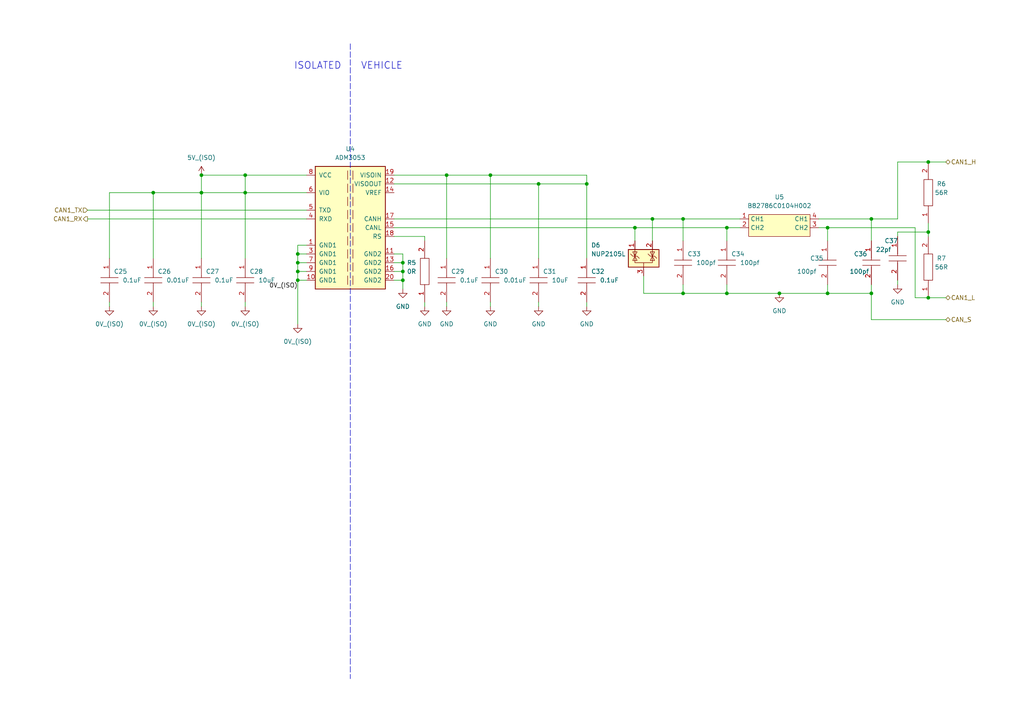
<source format=kicad_sch>
(kicad_sch (version 20211123) (generator eeschema)
  (paper "A4")
  (lib_symbols
    (symbol "0V_(ISO)_1" (power) (pin_names (offset 0))
      (property "Value" "0V_(ISO)_1" (at 0 -5.08 0))
      (symbol "0V_(ISO)_1_0_1"
        (polyline (pts (xy 0 0) (xy 0 -1.27) (xy 1.27 -1.27) (xy 0 -2.54) (xy -1.27 -1.27) (xy 0 -1.27)))
      )
      (symbol "0V_(ISO)_1_1_1"
        (pin power_in line (at 0 0 270) (length 0) hide (name "0V_(ISO)") (number "1"))
      )
    )
    (symbol "BMS_Library:CC0805JRX7R8BB104" (pin_names (offset 0.762))
      (property "Reference" "C" (at 8.89 6.35 0))
      (property "Value" "CC0805JRX7R8BB104" (at 8.89 3.81 0))
      (symbol "CC0805JRX7R8BB104_0_0"
        (pin passive line (at 0 0 0) (length 5.08) (name "~") (number "1"))
        (pin passive line (at 12.7 0 180) (length 5.08) (name "~") (number "2"))
      )
      (symbol "CC0805JRX7R8BB104_0_1"
        (polyline (pts (xy 5.08 0) (xy 5.588 0)) (stroke (width 0.1524)))
        (polyline (pts (xy 5.588 2.54) (xy 5.588 -2.54)) (stroke (width 0.1524)))
        (polyline (pts (xy 7.112 0) (xy 7.62 0)) (stroke (width 0.1524)))
        (polyline (pts (xy 7.112 2.54) (xy 7.112 -2.54)) (stroke (width 0.1524)))
      )
    )
    (symbol "Custom Power:5V_(ISO)" (power) (pin_names (offset 0))
      (property "Value" "5V_(ISO)" (at 0 3.556 0))
      (symbol "5V_(ISO)_0_1"
        (polyline (pts (xy -0.762 1.27) (xy 0 2.54)))
        (polyline (pts (xy 0 0) (xy 0 2.54)))
        (polyline (pts (xy 0 2.54) (xy 0.762 1.27)))
      )
      (symbol "5V_(ISO)_1_1"
        (pin power_in line (at 0 0 90) (length 0) hide (name "5V_(ISO)") (number "1"))
      )
    )
    (symbol "ERJP06F1000V:ERJP06F1000V" (pin_names (offset 0.762))
      (property "Reference" "R" (at 13.97 6.35 0))
      (property "Value" "ERJP06F1000V" (at 13.97 3.81 0))
      (symbol "ERJP06F1000V_0_0"
        (pin passive line (at 0 0 0) (length 5.08) (name "~") (number "1"))
        (pin passive line (at 17.78 0 180) (length 5.08) (name "~") (number "2"))
      )
      (symbol "ERJP06F1000V_0_1"
        (polyline (pts (xy 5.08 1.27) (xy 12.7 1.27) (xy 12.7 -1.27) (xy 5.08 -1.27) (xy 5.08 1.27)) (stroke (width 0.1524)))
      )
    )
    (symbol "Interface_CAN_LIN:ADM3053" (pin_names (offset 1.016))
      (property "Reference" "U" (at -10.16 19.05 0))
      (property "Value" "ADM3053" (at 10.16 19.05 0))
      (symbol "ADM3053_0_1"
        (rectangle (start -10.16 17.78) (end 10.16 -17.78) (stroke (width 0.254)) (fill (type background)))
        (polyline (pts (xy -0.762 -13.97) (xy -0.762 -16.51)))
        (polyline (pts (xy -0.762 -10.16) (xy -0.762 -12.7)))
        (polyline (pts (xy -0.762 -6.35) (xy -0.762 -8.89)))
        (polyline (pts (xy -0.762 -2.54) (xy -0.762 -5.08)))
        (polyline (pts (xy -0.762 1.27) (xy -0.762 -1.27)))
        (polyline (pts (xy -0.762 5.08) (xy -0.762 2.54)))
        (polyline (pts (xy -0.762 8.89) (xy -0.762 6.35)))
        (polyline (pts (xy -0.762 12.7) (xy -0.762 10.16)))
        (polyline (pts (xy -0.762 16.51) (xy -0.762 13.97)))
        (polyline (pts (xy 0.762 -13.97) (xy 0.762 -16.51)))
        (polyline (pts (xy 0.762 -10.16) (xy 0.762 -12.7)))
        (polyline (pts (xy 0.762 -6.35) (xy 0.762 -8.89)))
        (polyline (pts (xy 0.762 -2.54) (xy 0.762 -5.08)))
        (polyline (pts (xy 0.762 1.27) (xy 0.762 -1.27)))
        (polyline (pts (xy 0.762 2.54) (xy 0.762 5.08)))
        (polyline (pts (xy 0.762 6.35) (xy 0.762 8.89)))
        (polyline (pts (xy 0.762 10.16) (xy 0.762 12.7)))
        (polyline (pts (xy 0.762 13.97) (xy 0.762 16.51)))
      )
      (symbol "ADM3053_1_1"
        (pin power_in line (at -12.7 -5.08 0) (length 2.54) (name "GND1") (number "1"))
        (pin power_in line (at -12.7 -15.24 0) (length 2.54) (name "GND1") (number "10"))
        (pin power_in line (at 12.7 -7.62 180) (length 2.54) (name "GND2") (number "11"))
        (pin power_out line (at 12.7 12.7 180) (length 2.54) (name "VISOOUT") (number "12"))
        (pin power_in line (at 12.7 -10.16 180) (length 2.54) (name "GND2") (number "13"))
        (pin input line (at 12.7 10.16 180) (length 2.54) (name "VREF") (number "14"))
        (pin bidirectional line (at 12.7 0 180) (length 2.54) (name "CANL") (number "15"))
        (pin power_in line (at 12.7 -12.7 180) (length 2.54) (name "GND2") (number "16"))
        (pin bidirectional line (at 12.7 2.54 180) (length 2.54) (name "CANH") (number "17"))
        (pin input line (at 12.7 -2.54 180) (length 2.54) (name "RS") (number "18"))
        (pin power_in line (at 12.7 15.24 180) (length 2.54) (name "VISOIN") (number "19"))
        (pin no_connect line (at -2.54 -17.78 90) (length 2.54) hide (name "NC") (number "2"))
        (pin power_in line (at 12.7 -15.24 180) (length 2.54) (name "GND2") (number "20"))
        (pin power_in line (at -12.7 -7.62 0) (length 2.54) (name "GND1") (number "3"))
        (pin output line (at -12.7 2.54 0) (length 2.54) (name "RXD") (number "4"))
        (pin input line (at -12.7 5.08 0) (length 2.54) (name "TXD") (number "5"))
        (pin power_in line (at -12.7 10.16 0) (length 2.54) (name "VIO") (number "6"))
        (pin power_in line (at -12.7 -10.16 0) (length 2.54) (name "GND1") (number "7"))
        (pin power_in line (at -12.7 15.24 0) (length 2.54) (name "VCC") (number "8"))
        (pin power_in line (at -12.7 -12.7 0) (length 2.54) (name "GND1") (number "9"))
      )
    )
    (symbol "Interface_CAN_LIN:B82786C0104H002"
      (property "Reference" "U" (at -8.89 1.27 0))
      (property "Value" "B82786C0104H002" (at 0 3.81 0))
      (symbol "B82786C0104H002_0_1"
        (rectangle (start -8.89 0) (end 8.89 -6.35) (fill (type background)))
      )
      (symbol "B82786C0104H002_1_1"
        (pin bidirectional line (at -11.43 -1.27 0) (length 2.54) (name "CH1") (number "1"))
        (pin bidirectional line (at -11.43 -3.81 0) (length 2.54) (name "CH2") (number "2"))
        (pin bidirectional line (at 11.43 -3.81 180) (length 2.54) (name "CH2") (number "3"))
        (pin bidirectional line (at 11.43 -1.27 180) (length 2.54) (name "CH1") (number "4"))
      )
    )
    (symbol "Power_Protection:NUP2105L" (pin_names hide)
      (property "Reference" "D" (at 5.715 2.54 0))
      (property "Value" "NUP2105L" (at 5.715 0.635 0))
      (symbol "NUP2105L_0_0"
        (pin passive line (at 0 -5.08 90) (length 2.54) (name "A") (number "3"))
      )
      (symbol "NUP2105L_0_1"
        (rectangle (start -4.445 2.54) (end 4.445 -2.54) (stroke (width 0.254)) (fill (type background)))
        (polyline (pts (xy -2.54 2.54) (xy -2.54 0.635)))
        (polyline (pts (xy 0 -1.27) (xy 0 -2.54)))
        (polyline (pts (xy 2.54 2.54) (xy 2.54 0.635)))
        (polyline (pts (xy -3.81 1.27) (xy -3.175 0.635) (xy -1.905 0.635) (xy -1.27 0)))
        (polyline (pts (xy -2.54 0.635) (xy -2.54 -1.27) (xy 2.54 -1.27) (xy 2.54 0.635)))
        (polyline (pts (xy -2.54 0.635) (xy -1.905 -0.635) (xy -3.175 -0.635) (xy -2.54 0.635)))
        (polyline (pts (xy 2.54 0.635) (xy 1.905 -0.635) (xy 3.175 -0.635) (xy 2.54 0.635)))
        (polyline (pts (xy 2.54 0.635) (xy 3.175 1.905) (xy 1.905 1.905) (xy 2.54 0.635)))
        (polyline (pts (xy -2.54 0.635) (xy -3.175 1.905) (xy -1.905 1.905) (xy -2.54 0.635) (xy -2.54 1.27)))
        (polyline (pts (xy 1.27 1.27) (xy 1.905 0.635) (xy 2.54 0.635) (xy 3.175 0.635) (xy 3.81 0)))
      )
      (symbol "NUP2105L_1_1"
        (pin passive line (at -2.54 5.08 270) (length 2.54) (name "K") (number "1"))
        (pin passive line (at 2.54 5.08 270) (length 2.54) (name "K") (number "2"))
      )
    )
    (symbol "power:GND" (power) (pin_names (offset 0))
      (property "Value" "GND" (at 0 -3.81 0))
      (symbol "GND_0_1"
        (polyline (pts (xy 0 0) (xy 0 -1.27) (xy 1.27 -1.27) (xy 0 -2.54) (xy -1.27 -1.27) (xy 0 -1.27)))
      )
      (symbol "GND_1_1"
        (pin power_in line (at 0 0 270) (length 0) hide (name "GND") (number "1"))
      )
    )
  )
  (junction (at 226.06 85.09))
  (junction (at 58.42 55.88))
  (junction (at 86.36 81.28))
  (junction (at 240.03 85.09))
  (junction (at 71.12 50.8))
  (junction (at 86.36 76.2))
  (junction (at 129.54 50.8))
  (junction (at 252.73 85.09))
  (junction (at 252.73 63.5))
  (junction (at 210.82 66.04))
  (junction (at 210.82 85.09))
  (junction (at 58.42 50.8))
  (junction (at 269.24 86.36))
  (junction (at 184.15 66.04))
  (junction (at 156.21 53.34))
  (junction (at 44.45 55.88))
  (junction (at 198.12 63.5))
  (junction (at 86.36 78.74))
  (junction (at 170.18 53.34))
  (junction (at 269.24 46.99))
  (junction (at 116.84 76.2))
  (junction (at 116.84 81.28))
  (junction (at 198.12 85.09))
  (junction (at 189.23 63.5))
  (junction (at 71.12 55.88))
  (junction (at 116.84 78.74))
  (junction (at 240.03 66.04))
  (junction (at 86.36 73.66))
  (junction (at 269.24 67.31))
  (junction (at 142.24 50.8))
  (wire (pts (xy 265.43 66.04) (xy 265.43 86.36)))
  (wire (pts (xy 71.12 55.88) (xy 71.12 74.93)))
  (wire (pts (xy 252.73 85.09) (xy 240.03 85.09)))
  (wire (pts (xy 186.69 80.01) (xy 186.69 85.09)))
  (wire (pts (xy 198.12 82.55) (xy 198.12 85.09)))
  (wire (pts (xy 86.36 81.28) (xy 86.36 93.98)))
  (wire (pts (xy 170.18 74.93) (xy 170.18 53.34)))
  (wire (pts (xy 170.18 50.8) (xy 142.24 50.8)))
  (wire (pts (xy 269.24 64.77) (xy 269.24 67.31)))
  (wire (pts (xy 260.35 63.5) (xy 260.35 46.99)))
  (wire (pts (xy 198.12 85.09) (xy 210.82 85.09)))
  (wire (pts (xy 58.42 55.88) (xy 58.42 74.93)))
  (wire (pts (xy 269.24 86.36) (xy 274.32 86.36)))
  (wire (pts (xy 114.3 68.58) (xy 123.19 68.58)))
  (wire (pts (xy 116.84 78.74) (xy 116.84 81.28)))
  (wire (pts (xy 116.84 73.66) (xy 116.84 76.2)))
  (wire (pts (xy 123.19 69.85) (xy 123.19 68.58)))
  (wire (pts (xy 142.24 50.8) (xy 142.24 74.93)))
  (wire (pts (xy 71.12 50.8) (xy 88.9 50.8)))
  (wire (pts (xy 114.3 53.34) (xy 156.21 53.34)))
  (wire (pts (xy 260.35 67.31) (xy 269.24 67.31)))
  (wire (pts (xy 31.75 87.63) (xy 31.75 88.9)))
  (wire (pts (xy 142.24 50.8) (xy 129.54 50.8)))
  (wire (pts (xy 86.36 76.2) (xy 88.9 76.2)))
  (wire (pts (xy 44.45 55.88) (xy 31.75 55.88)))
  (wire (pts (xy 156.21 53.34) (xy 156.21 74.93)))
  (wire (pts (xy 184.15 66.04) (xy 184.15 69.85)))
  (wire (pts (xy 237.49 63.5) (xy 252.73 63.5)))
  (wire (pts (xy 170.18 87.63) (xy 170.18 88.9)))
  (wire (pts (xy 86.36 71.12) (xy 86.36 73.66)))
  (wire (pts (xy 58.42 50.8) (xy 71.12 50.8)))
  (wire (pts (xy 44.45 87.63) (xy 44.45 88.9)))
  (wire (pts (xy 116.84 76.2) (xy 116.84 78.74)))
  (wire (pts (xy 114.3 66.04) (xy 184.15 66.04)))
  (wire (pts (xy 210.82 85.09) (xy 226.06 85.09)))
  (wire (pts (xy 71.12 50.8) (xy 71.12 55.88)))
  (wire (pts (xy 198.12 63.5) (xy 214.63 63.5)))
  (wire (pts (xy 31.75 55.88) (xy 31.75 74.93)))
  (wire (pts (xy 237.49 66.04) (xy 240.03 66.04)))
  (wire (pts (xy 44.45 55.88) (xy 58.42 55.88)))
  (wire (pts (xy 252.73 63.5) (xy 260.35 63.5)))
  (wire (pts (xy 58.42 87.63) (xy 58.42 88.9)))
  (wire (pts (xy 260.35 81.28) (xy 260.35 82.55)))
  (wire (pts (xy 240.03 66.04) (xy 265.43 66.04)))
  (wire (pts (xy 116.84 81.28) (xy 116.84 83.82)))
  (wire (pts (xy 114.3 73.66) (xy 116.84 73.66)))
  (wire (pts (xy 269.24 67.31) (xy 269.24 68.58)))
  (wire (pts (xy 142.24 87.63) (xy 142.24 88.9)))
  (wire (pts (xy 186.69 85.09) (xy 198.12 85.09)))
  (wire (pts (xy 226.06 85.09) (xy 240.03 85.09)))
  (wire (pts (xy 129.54 87.63) (xy 129.54 88.9)))
  (wire (pts (xy 240.03 85.09) (xy 240.03 82.55)))
  (wire (pts (xy 86.36 78.74) (xy 86.36 81.28)))
  (wire (pts (xy 123.19 87.63) (xy 123.19 88.9)))
  (wire (pts (xy 86.36 81.28) (xy 88.9 81.28)))
  (wire (pts (xy 25.4 63.5) (xy 88.9 63.5)))
  (wire (pts (xy 184.15 66.04) (xy 210.82 66.04)))
  (wire (pts (xy 189.23 63.5) (xy 198.12 63.5)))
  (wire (pts (xy 252.73 63.5) (xy 252.73 69.85)))
  (wire (pts (xy 170.18 53.34) (xy 156.21 53.34)))
  (wire (pts (xy 210.82 82.55) (xy 210.82 85.09)))
  (wire (pts (xy 71.12 87.63) (xy 71.12 88.9)))
  (wire (pts (xy 86.36 76.2) (xy 86.36 78.74)))
  (wire (pts (xy 114.3 50.8) (xy 129.54 50.8)))
  (wire (pts (xy 25.4 60.96) (xy 88.9 60.96)))
  (wire (pts (xy 265.43 86.36) (xy 269.24 86.36)))
  (wire (pts (xy 260.35 46.99) (xy 269.24 46.99)))
  (wire (pts (xy 86.36 78.74) (xy 88.9 78.74)))
  (wire (pts (xy 58.42 55.88) (xy 71.12 55.88)))
  (wire (pts (xy 252.73 92.71) (xy 274.32 92.71)))
  (wire (pts (xy 210.82 66.04) (xy 210.82 69.85)))
  (wire (pts (xy 114.3 81.28) (xy 116.84 81.28)))
  (wire (pts (xy 252.73 92.71) (xy 252.73 85.09)))
  (wire (pts (xy 58.42 50.8) (xy 58.42 55.88)))
  (wire (pts (xy 240.03 66.04) (xy 240.03 69.85)))
  (wire (pts (xy 114.3 78.74) (xy 116.84 78.74)))
  (wire (pts (xy 71.12 55.88) (xy 88.9 55.88)))
  (wire (pts (xy 88.9 71.12) (xy 86.36 71.12)))
  (wire (pts (xy 260.35 68.58) (xy 260.35 67.31)))
  (wire (pts (xy 198.12 63.5) (xy 198.12 69.85)))
  (wire (pts (xy 156.21 87.63) (xy 156.21 88.9)))
  (wire (pts (xy 252.73 82.55) (xy 252.73 85.09)))
  (wire (pts (xy 269.24 46.99) (xy 274.32 46.99)))
  (wire (pts (xy 189.23 63.5) (xy 189.23 69.85)))
  (wire (pts (xy 129.54 50.8) (xy 129.54 74.93)))
  (wire (pts (xy 114.3 63.5) (xy 189.23 63.5)))
  (wire (pts (xy 210.82 66.04) (xy 214.63 66.04)))
  (wire (pts (xy 170.18 53.34) (xy 170.18 50.8)))
  (polyline (pts (xy 101.6 12.7) (xy 101.6 196.85)))
  (wire (pts (xy 44.45 55.88) (xy 44.45 74.93)))
  (wire (pts (xy 114.3 76.2) (xy 116.84 76.2)))
  (wire (pts (xy 86.36 73.66) (xy 88.9 73.66)))
  (wire (pts (xy 86.36 73.66) (xy 86.36 76.2)))
  (text "VEHICLE" (at 116.84 20.32 180) (effects (font (size 2 2)) (justify right bottom)))
  (text "ISOLATED" (at 99.06 20.32 180) (effects (font (size 2 2)) (justify right bottom)))
  (label "0V_(ISO)" (at 86.36 83.82 180))
  (hierarchical_label "CAN1_L" (shape bidirectional) (at 274.32 86.36 0))
  (hierarchical_label "CAN1_RX" (shape output) (at 25.4 63.5 180))
  (hierarchical_label "CAN1_TX" (shape input) (at 25.4 60.96 180))
  (hierarchical_label "CAN_S" (shape bidirectional) (at 274.32 92.71 0))
  (hierarchical_label "CAN1_H" (shape bidirectional) (at 274.32 46.99 0))
  (symbol (lib_name "0V_(ISO)_1") (lib_id "Custom Power:0V_(ISO)") (at 86.36 93.98 0) (unit 1)
    (property "Reference" "#PWR0137" (effects hide))
    (property "Value" "0V_(ISO)" (at 86.36 99.06 0))
  )
  (symbol (lib_id "BMS_Library:CC0805JRX7R8BB104") (at 156.21 74.93 270) (unit 1)
    (property "Reference" "C31" (at 157.48 78.74 90) (effects (justify left)))
    (property "Value" "10uF" (at 160.02 81.28 90) (effects (justify left)))
    (property "Footprint" "Capacitor_SMD:C_0603_1608Metric_Pad1.08x0.95mm_HandSolder" (effects hide))
    (property "Datasheet" "https://www.yageo.com/upload/media/product/productsearch/datasheet/mlcc/UPY-GPHC_X7R_6.3V-to-50V_20.pdf" (effects hide))
    (property "Description" "YAGEO - CC0805JRX7R8BB104 - SMD Multilayer Ceramic Capacitor, 0.1 F, 25 V, 0805 [2012 Metric], +/- 5%, X7R, CC Series" (effects hide))
    (property "Height" "0.95" (effects hide))
    (property "Manufacturer_Name" "YAGEO" (effects hide))
    (property "Manufacturer_Part_Number" "CC0805JRX7R8BB104" (effects hide))
    (property "Mouser Part Number" "603-CC805JRX7R8BB104" (effects hide))
    (property "Mouser Price/Stock" "https://www.mouser.co.uk/ProductDetail/YAGEO/CC0805JRX7R8BB104?qs=AgBp2OyFlx%252BZU4KTc42Krw%3D%3D" (effects hide))
    (property "Arrow Part Number" "CC0805JRX7R8BB104" (effects hide))
    (property "Arrow Price/Stock" "https://www.arrow.com/en/products/cc0805jrx7r8bb104/yageo?region=nac" (effects hide))
  )
  (symbol (lib_id "BMS_Library:CC0805JRX7R8BB104") (at 142.24 74.93 270) (unit 1)
    (property "Reference" "C30" (at 143.51 78.74 90) (effects (justify left)))
    (property "Value" "0.01uF" (at 146.05 81.28 90) (effects (justify left)))
    (property "Footprint" "Capacitor_SMD:C_0603_1608Metric_Pad1.08x0.95mm_HandSolder" (effects hide))
    (property "Datasheet" "https://www.yageo.com/upload/media/product/productsearch/datasheet/mlcc/UPY-GPHC_X7R_6.3V-to-50V_20.pdf" (effects hide))
    (property "Description" "YAGEO - CC0805JRX7R8BB104 - SMD Multilayer Ceramic Capacitor, 0.1 F, 25 V, 0805 [2012 Metric], +/- 5%, X7R, CC Series" (effects hide))
    (property "Height" "0.95" (effects hide))
    (property "Manufacturer_Name" "YAGEO" (effects hide))
    (property "Manufacturer_Part_Number" "CC0805JRX7R8BB104" (effects hide))
    (property "Mouser Part Number" "603-CC805JRX7R8BB104" (effects hide))
    (property "Mouser Price/Stock" "https://www.mouser.co.uk/ProductDetail/YAGEO/CC0805JRX7R8BB104?qs=AgBp2OyFlx%252BZU4KTc42Krw%3D%3D" (effects hide))
    (property "Arrow Part Number" "CC0805JRX7R8BB104" (effects hide))
    (property "Arrow Price/Stock" "https://www.arrow.com/en/products/cc0805jrx7r8bb104/yageo?region=nac" (effects hide))
  )
  (symbol (lib_id "BMS_Library:CC0805JRX7R8BB104") (at 31.75 74.93 270) (unit 1)
    (property "Reference" "C25" (at 33.02 78.74 90) (effects (justify left)))
    (property "Value" "0.1uF" (at 35.56 81.28 90) (effects (justify left)))
    (property "Footprint" "Capacitor_SMD:C_0603_1608Metric_Pad1.08x0.95mm_HandSolder" (effects hide))
    (property "Datasheet" "https://www.yageo.com/upload/media/product/productsearch/datasheet/mlcc/UPY-GPHC_X7R_6.3V-to-50V_20.pdf" (effects hide))
    (property "Description" "YAGEO - CC0805JRX7R8BB104 - SMD Multilayer Ceramic Capacitor, 0.1 F, 25 V, 0805 [2012 Metric], +/- 5%, X7R, CC Series" (effects hide))
    (property "Height" "0.95" (effects hide))
    (property "Manufacturer_Name" "YAGEO" (effects hide))
    (property "Manufacturer_Part_Number" "CC0805JRX7R8BB104" (effects hide))
    (property "Mouser Part Number" "603-CC805JRX7R8BB104" (effects hide))
    (property "Mouser Price/Stock" "https://www.mouser.co.uk/ProductDetail/YAGEO/CC0805JRX7R8BB104?qs=AgBp2OyFlx%252BZU4KTc42Krw%3D%3D" (effects hide))
    (property "Arrow Part Number" "CC0805JRX7R8BB104" (effects hide))
    (property "Arrow Price/Stock" "https://www.arrow.com/en/products/cc0805jrx7r8bb104/yageo?region=nac" (effects hide))
  )
  (symbol (lib_id "ERJP06F1000V:ERJP06F1000V") (at 123.19 87.63 90) (unit 1)
    (property "Reference" "R5" (at 119.38 76.2 90))
    (property "Value" "0R" (at 119.38 78.74 90))
    (property "Footprint" "Resistor_SMD:R_0603_1608Metric_Pad0.98x0.95mm_HandSolder" (effects hide))
    (property "Datasheet" "https://industrial.panasonic.com/cdbs/www-data/pdf/RDO0000/AOA0000C331.pdf" (effects hide))
    (property "Description" "Panasonic ERJP06 Series Thick Film Surface Mount Resistor 0805 Case 100 +/-1% 0.5W +/-100ppm/C" (effects hide))
    (property "Height" "0.7" (effects hide))
    (property "Manufacturer_Name" "Panasonic" (effects hide))
    (property "Manufacturer_Part_Number" "ERJP06F1000V" (effects hide))
  )
  (symbol (lib_id "BMS_Library:CC0805JRX7R8BB104") (at 240.03 69.85 270) (unit 1)
    (property "Reference" "C35" (at 234.95 74.93 90) (effects (justify left)))
    (property "Value" "100pf" (at 231.14 78.74 90) (effects (justify left)))
    (property "Footprint" "Capacitor_SMD:C_0603_1608Metric_Pad1.08x0.95mm_HandSolder" (effects hide))
    (property "Datasheet" "https://www.yageo.com/upload/media/product/productsearch/datasheet/mlcc/UPY-GPHC_X7R_6.3V-to-50V_20.pdf" (effects hide))
    (property "Description" "YAGEO - CC0805JRX7R8BB104 - SMD Multilayer Ceramic Capacitor, 0.1 F, 25 V, 0805 [2012 Metric], +/- 5%, X7R, CC Series" (effects hide))
    (property "Height" "0.95" (effects hide))
    (property "Manufacturer_Name" "YAGEO" (effects hide))
    (property "Manufacturer_Part_Number" "CC0805JRX7R8BB104" (effects hide))
    (property "Mouser Part Number" "603-CC805JRX7R8BB104" (effects hide))
    (property "Mouser Price/Stock" "https://www.mouser.co.uk/ProductDetail/YAGEO/CC0805JRX7R8BB104?qs=AgBp2OyFlx%252BZU4KTc42Krw%3D%3D" (effects hide))
    (property "Arrow Part Number" "CC0805JRX7R8BB104" (effects hide))
    (property "Arrow Price/Stock" "https://www.arrow.com/en/products/cc0805jrx7r8bb104/yageo?region=nac" (effects hide))
  )
  (symbol (lib_id "power:GND") (at 123.19 88.9 0) (unit 1)
    (property "Reference" "#PWR0141" (effects hide))
    (property "Value" "GND" (at 123.19 93.98 0))
  )
  (symbol (lib_name "0V_(ISO)_1") (lib_id "Custom Power:0V_(ISO)") (at 71.12 88.9 0) (unit 1)
    (property "Reference" "#PWR0134" (effects hide))
    (property "Value" "0V_(ISO)" (at 71.12 93.98 0))
  )
  (symbol (lib_name "0V_(ISO)_1") (lib_id "Custom Power:0V_(ISO)") (at 31.75 88.9 0) (unit 1)
    (property "Reference" "#PWR0136" (effects hide))
    (property "Value" "0V_(ISO)" (at 31.75 93.98 0))
  )
  (symbol (lib_id "ERJP06F1000V:ERJP06F1000V") (at 269.24 64.77 90) (unit 1)
    (property "Reference" "R6" (at 273.05 53.34 90))
    (property "Value" "56R" (at 273.05 55.88 90))
    (property "Footprint" "Resistor_SMD:R_0603_1608Metric_Pad0.98x0.95mm_HandSolder" (effects hide))
    (property "Datasheet" "https://industrial.panasonic.com/cdbs/www-data/pdf/RDO0000/AOA0000C331.pdf" (effects hide))
    (property "Description" "Panasonic ERJP06 Series Thick Film Surface Mount Resistor 0805 Case 100 +/-1% 0.5W +/-100ppm/C" (effects hide))
    (property "Height" "0.7" (effects hide))
    (property "Manufacturer_Name" "Panasonic" (effects hide))
    (property "Manufacturer_Part_Number" "ERJP06F1000V" (effects hide))
  )
  (symbol (lib_id "BMS_Library:CC0805JRX7R8BB104") (at 198.12 69.85 270) (unit 1)
    (property "Reference" "C33" (at 199.39 73.66 90) (effects (justify left)))
    (property "Value" "100pf" (at 201.93 76.2 90) (effects (justify left)))
    (property "Footprint" "Capacitor_SMD:C_0603_1608Metric_Pad1.08x0.95mm_HandSolder" (effects hide))
    (property "Datasheet" "https://www.yageo.com/upload/media/product/productsearch/datasheet/mlcc/UPY-GPHC_X7R_6.3V-to-50V_20.pdf" (effects hide))
    (property "Description" "YAGEO - CC0805JRX7R8BB104 - SMD Multilayer Ceramic Capacitor, 0.1 F, 25 V, 0805 [2012 Metric], +/- 5%, X7R, CC Series" (effects hide))
    (property "Height" "0.95" (effects hide))
    (property "Manufacturer_Name" "YAGEO" (effects hide))
    (property "Manufacturer_Part_Number" "CC0805JRX7R8BB104" (effects hide))
    (property "Mouser Part Number" "603-CC805JRX7R8BB104" (effects hide))
    (property "Mouser Price/Stock" "https://www.mouser.co.uk/ProductDetail/YAGEO/CC0805JRX7R8BB104?qs=AgBp2OyFlx%252BZU4KTc42Krw%3D%3D" (effects hide))
    (property "Arrow Part Number" "CC0805JRX7R8BB104" (effects hide))
    (property "Arrow Price/Stock" "https://www.arrow.com/en/products/cc0805jrx7r8bb104/yageo?region=nac" (effects hide))
  )
  (symbol (lib_id "BMS_Library:CC0805JRX7R8BB104") (at 71.12 74.93 270) (unit 1)
    (property "Reference" "C28" (at 72.39 78.74 90) (effects (justify left)))
    (property "Value" "10uF" (at 74.93 81.28 90) (effects (justify left)))
    (property "Footprint" "Capacitor_SMD:C_0603_1608Metric_Pad1.08x0.95mm_HandSolder" (effects hide))
    (property "Datasheet" "https://www.yageo.com/upload/media/product/productsearch/datasheet/mlcc/UPY-GPHC_X7R_6.3V-to-50V_20.pdf" (effects hide))
    (property "Description" "YAGEO - CC0805JRX7R8BB104 - SMD Multilayer Ceramic Capacitor, 0.1 F, 25 V, 0805 [2012 Metric], +/- 5%, X7R, CC Series" (effects hide))
    (property "Height" "0.95" (effects hide))
    (property "Manufacturer_Name" "YAGEO" (effects hide))
    (property "Manufacturer_Part_Number" "CC0805JRX7R8BB104" (effects hide))
    (property "Mouser Part Number" "603-CC805JRX7R8BB104" (effects hide))
    (property "Mouser Price/Stock" "https://www.mouser.co.uk/ProductDetail/YAGEO/CC0805JRX7R8BB104?qs=AgBp2OyFlx%252BZU4KTc42Krw%3D%3D" (effects hide))
    (property "Arrow Part Number" "CC0805JRX7R8BB104" (effects hide))
    (property "Arrow Price/Stock" "https://www.arrow.com/en/products/cc0805jrx7r8bb104/yageo?region=nac" (effects hide))
  )
  (symbol (lib_id "ERJP06F1000V:ERJP06F1000V") (at 269.24 86.36 90) (unit 1)
    (property "Reference" "R7" (at 273.05 74.93 90))
    (property "Value" "56R" (at 273.05 77.47 90))
    (property "Footprint" "Resistor_SMD:R_0603_1608Metric_Pad0.98x0.95mm_HandSolder" (effects hide))
    (property "Datasheet" "https://industrial.panasonic.com/cdbs/www-data/pdf/RDO0000/AOA0000C331.pdf" (effects hide))
    (property "Description" "Panasonic ERJP06 Series Thick Film Surface Mount Resistor 0805 Case 100 +/-1% 0.5W +/-100ppm/C" (effects hide))
    (property "Height" "0.7" (effects hide))
    (property "Manufacturer_Name" "Panasonic" (effects hide))
    (property "Manufacturer_Part_Number" "ERJP06F1000V" (effects hide))
  )
  (symbol (lib_id "BMS_Library:CC0805JRX7R8BB104") (at 210.82 69.85 270) (unit 1)
    (property "Reference" "C34" (at 212.09 73.66 90) (effects (justify left)))
    (property "Value" "100pf" (at 214.63 76.2 90) (effects (justify left)))
    (property "Footprint" "Capacitor_SMD:C_0603_1608Metric_Pad1.08x0.95mm_HandSolder" (effects hide))
    (property "Datasheet" "https://www.yageo.com/upload/media/product/productsearch/datasheet/mlcc/UPY-GPHC_X7R_6.3V-to-50V_20.pdf" (effects hide))
    (property "Description" "YAGEO - CC0805JRX7R8BB104 - SMD Multilayer Ceramic Capacitor, 0.1 F, 25 V, 0805 [2012 Metric], +/- 5%, X7R, CC Series" (effects hide))
    (property "Height" "0.95" (effects hide))
    (property "Manufacturer_Name" "YAGEO" (effects hide))
    (property "Manufacturer_Part_Number" "CC0805JRX7R8BB104" (effects hide))
    (property "Mouser Part Number" "603-CC805JRX7R8BB104" (effects hide))
    (property "Mouser Price/Stock" "https://www.mouser.co.uk/ProductDetail/YAGEO/CC0805JRX7R8BB104?qs=AgBp2OyFlx%252BZU4KTc42Krw%3D%3D" (effects hide))
    (property "Arrow Part Number" "CC0805JRX7R8BB104" (effects hide))
    (property "Arrow Price/Stock" "https://www.arrow.com/en/products/cc0805jrx7r8bb104/yageo?region=nac" (effects hide))
  )
  (symbol (lib_id "Interface_CAN_LIN:ADM3053") (at 101.6 66.04 0) (unit 1)
    (property "Reference" "U4" (at 101.6 43.18 0))
    (property "Value" "ADM3053" (at 101.6 45.72 0))
    (property "Footprint" "Package_SO:SOIC-20W_7.5x12.8mm_P1.27mm" (effects hide))
    (property "Datasheet" "https://www.analog.com/media/en/technical-documentation/data-sheets/ADM3053.pdf" (effects hide))
  )
  (symbol (lib_id "Power_Protection:NUP2105L") (at 186.69 74.93 0) (unit 1)
    (property "Reference" "D6" (at 171.45 71.12 0) (effects (justify left)))
    (property "Value" "NUP2105L" (at 171.45 73.66 0) (effects (justify left)))
    (property "Footprint" "Package_TO_SOT_SMD:SOT-23" (effects hide))
    (property "Datasheet" "http://www.onsemi.com/pub_link/Collateral/NUP2105L-D.PDF" (effects hide))
  )
  (symbol (lib_id "BMS_Library:CC0805JRX7R8BB104") (at 252.73 69.85 270) (unit 1)
    (property "Reference" "C36" (at 247.65 73.66 90) (effects (justify left)))
    (property "Value" "100pf" (at 246.38 78.74 90) (effects (justify left)))
    (property "Footprint" "Capacitor_SMD:C_0603_1608Metric_Pad1.08x0.95mm_HandSolder" (effects hide))
    (property "Datasheet" "https://www.yageo.com/upload/media/product/productsearch/datasheet/mlcc/UPY-GPHC_X7R_6.3V-to-50V_20.pdf" (effects hide))
    (property "Description" "YAGEO - CC0805JRX7R8BB104 - SMD Multilayer Ceramic Capacitor, 0.1 F, 25 V, 0805 [2012 Metric], +/- 5%, X7R, CC Series" (effects hide))
    (property "Height" "0.95" (effects hide))
    (property "Manufacturer_Name" "YAGEO" (effects hide))
    (property "Manufacturer_Part_Number" "CC0805JRX7R8BB104" (effects hide))
    (property "Mouser Part Number" "603-CC805JRX7R8BB104" (effects hide))
    (property "Mouser Price/Stock" "https://www.mouser.co.uk/ProductDetail/YAGEO/CC0805JRX7R8BB104?qs=AgBp2OyFlx%252BZU4KTc42Krw%3D%3D" (effects hide))
    (property "Arrow Part Number" "CC0805JRX7R8BB104" (effects hide))
    (property "Arrow Price/Stock" "https://www.arrow.com/en/products/cc0805jrx7r8bb104/yageo?region=nac" (effects hide))
  )
  (symbol (lib_id "power:GND") (at 156.21 88.9 0) (unit 1)
    (property "Reference" "#PWR0139" (effects hide))
    (property "Value" "GND" (at 156.21 93.98 0))
  )
  (symbol (lib_id "power:GND") (at 260.35 82.55 0) (unit 1)
    (property "Reference" "#PWR0130" (effects hide))
    (property "Value" "GND" (at 260.35 87.63 0))
  )
  (symbol (lib_id "Custom Power:5V_(ISO)") (at 58.42 50.8 0) (unit 1)
    (property "Reference" "#PWR0132" (effects hide))
    (property "Value" "5V_(ISO)" (at 58.42 45.72 0))
  )
  (symbol (lib_id "power:GND") (at 142.24 88.9 0) (unit 1)
    (property "Reference" "#PWR0143" (effects hide))
    (property "Value" "GND" (at 142.24 93.98 0))
  )
  (symbol (lib_id "power:GND") (at 129.54 88.9 0) (unit 1)
    (property "Reference" "#PWR0142" (effects hide))
    (property "Value" "GND" (at 129.54 93.98 0))
  )
  (symbol (lib_id "BMS_Library:CC0805JRX7R8BB104") (at 44.45 74.93 270) (unit 1)
    (property "Reference" "C26" (at 45.72 78.74 90) (effects (justify left)))
    (property "Value" "0.01uF" (at 48.26 81.28 90) (effects (justify left)))
    (property "Footprint" "Capacitor_SMD:C_0603_1608Metric_Pad1.08x0.95mm_HandSolder" (effects hide))
    (property "Datasheet" "https://www.yageo.com/upload/media/product/productsearch/datasheet/mlcc/UPY-GPHC_X7R_6.3V-to-50V_20.pdf" (effects hide))
    (property "Description" "YAGEO - CC0805JRX7R8BB104 - SMD Multilayer Ceramic Capacitor, 0.1 F, 25 V, 0805 [2012 Metric], +/- 5%, X7R, CC Series" (effects hide))
    (property "Height" "0.95" (effects hide))
    (property "Manufacturer_Name" "YAGEO" (effects hide))
    (property "Manufacturer_Part_Number" "CC0805JRX7R8BB104" (effects hide))
    (property "Mouser Part Number" "603-CC805JRX7R8BB104" (effects hide))
    (property "Mouser Price/Stock" "https://www.mouser.co.uk/ProductDetail/YAGEO/CC0805JRX7R8BB104?qs=AgBp2OyFlx%252BZU4KTc42Krw%3D%3D" (effects hide))
    (property "Arrow Part Number" "CC0805JRX7R8BB104" (effects hide))
    (property "Arrow Price/Stock" "https://www.arrow.com/en/products/cc0805jrx7r8bb104/yageo?region=nac" (effects hide))
  )
  (symbol (lib_id "BMS_Library:CC0805JRX7R8BB104") (at 58.42 74.93 270) (unit 1)
    (property "Reference" "C27" (at 59.69 78.74 90) (effects (justify left)))
    (property "Value" "0.1uF" (at 62.23 81.28 90) (effects (justify left)))
    (property "Footprint" "Capacitor_SMD:C_0603_1608Metric_Pad1.08x0.95mm_HandSolder" (effects hide))
    (property "Datasheet" "https://www.yageo.com/upload/media/product/productsearch/datasheet/mlcc/UPY-GPHC_X7R_6.3V-to-50V_20.pdf" (effects hide))
    (property "Description" "YAGEO - CC0805JRX7R8BB104 - SMD Multilayer Ceramic Capacitor, 0.1 F, 25 V, 0805 [2012 Metric], +/- 5%, X7R, CC Series" (effects hide))
    (property "Height" "0.95" (effects hide))
    (property "Manufacturer_Name" "YAGEO" (effects hide))
    (property "Manufacturer_Part_Number" "CC0805JRX7R8BB104" (effects hide))
    (property "Mouser Part Number" "603-CC805JRX7R8BB104" (effects hide))
    (property "Mouser Price/Stock" "https://www.mouser.co.uk/ProductDetail/YAGEO/CC0805JRX7R8BB104?qs=AgBp2OyFlx%252BZU4KTc42Krw%3D%3D" (effects hide))
    (property "Arrow Part Number" "CC0805JRX7R8BB104" (effects hide))
    (property "Arrow Price/Stock" "https://www.arrow.com/en/products/cc0805jrx7r8bb104/yageo?region=nac" (effects hide))
  )
  (symbol (lib_name "0V_(ISO)_1") (lib_id "Custom Power:0V_(ISO)") (at 58.42 88.9 0) (unit 1)
    (property "Reference" "#PWR0133" (effects hide))
    (property "Value" "0V_(ISO)" (at 58.42 93.98 0))
  )
  (symbol (lib_id "BMS_Library:CC0805JRX7R8BB104") (at 129.54 74.93 270) (unit 1)
    (property "Reference" "C29" (at 130.81 78.74 90) (effects (justify left)))
    (property "Value" "0.1uF" (at 133.35 81.28 90) (effects (justify left)))
    (property "Footprint" "Capacitor_SMD:C_0603_1608Metric_Pad1.08x0.95mm_HandSolder" (effects hide))
    (property "Datasheet" "https://www.yageo.com/upload/media/product/productsearch/datasheet/mlcc/UPY-GPHC_X7R_6.3V-to-50V_20.pdf" (effects hide))
    (property "Description" "YAGEO - CC0805JRX7R8BB104 - SMD Multilayer Ceramic Capacitor, 0.1 F, 25 V, 0805 [2012 Metric], +/- 5%, X7R, CC Series" (effects hide))
    (property "Height" "0.95" (effects hide))
    (property "Manufacturer_Name" "YAGEO" (effects hide))
    (property "Manufacturer_Part_Number" "CC0805JRX7R8BB104" (effects hide))
    (property "Mouser Part Number" "603-CC805JRX7R8BB104" (effects hide))
    (property "Mouser Price/Stock" "https://www.mouser.co.uk/ProductDetail/YAGEO/CC0805JRX7R8BB104?qs=AgBp2OyFlx%252BZU4KTc42Krw%3D%3D" (effects hide))
    (property "Arrow Part Number" "CC0805JRX7R8BB104" (effects hide))
    (property "Arrow Price/Stock" "https://www.arrow.com/en/products/cc0805jrx7r8bb104/yageo?region=nac" (effects hide))
  )
  (symbol (lib_id "power:GND") (at 170.18 88.9 0) (unit 1)
    (property "Reference" "#PWR0138" (effects hide))
    (property "Value" "GND" (at 170.18 93.98 0))
  )
  (symbol (lib_id "BMS_Library:CC0805JRX7R8BB104") (at 170.18 74.93 270) (unit 1)
    (property "Reference" "C32" (at 171.45 78.74 90) (effects (justify left)))
    (property "Value" "0.1uF" (at 173.99 81.28 90) (effects (justify left)))
    (property "Footprint" "Capacitor_SMD:C_0603_1608Metric_Pad1.08x0.95mm_HandSolder" (effects hide))
    (property "Datasheet" "https://www.yageo.com/upload/media/product/productsearch/datasheet/mlcc/UPY-GPHC_X7R_6.3V-to-50V_20.pdf" (effects hide))
    (property "Description" "YAGEO - CC0805JRX7R8BB104 - SMD Multilayer Ceramic Capacitor, 0.1 F, 25 V, 0805 [2012 Metric], +/- 5%, X7R, CC Series" (effects hide))
    (property "Height" "0.95" (effects hide))
    (property "Manufacturer_Name" "YAGEO" (effects hide))
    (property "Manufacturer_Part_Number" "CC0805JRX7R8BB104" (effects hide))
    (property "Mouser Part Number" "603-CC805JRX7R8BB104" (effects hide))
    (property "Mouser Price/Stock" "https://www.mouser.co.uk/ProductDetail/YAGEO/CC0805JRX7R8BB104?qs=AgBp2OyFlx%252BZU4KTc42Krw%3D%3D" (effects hide))
    (property "Arrow Part Number" "CC0805JRX7R8BB104" (effects hide))
    (property "Arrow Price/Stock" "https://www.arrow.com/en/products/cc0805jrx7r8bb104/yageo?region=nac" (effects hide))
  )
  (symbol (lib_name "0V_(ISO)_1") (lib_id "Custom Power:0V_(ISO)") (at 44.45 88.9 0) (unit 1)
    (property "Reference" "#PWR0135" (effects hide))
    (property "Value" "0V_(ISO)" (at 44.45 93.98 0))
  )
  (symbol (lib_id "Interface_CAN_LIN:B82786C0104H002") (at 226.06 62.23 0) (unit 1)
    (property "Reference" "U5" (at 226.06 57.15 0))
    (property "Value" "B82786C0104H002" (at 226.06 59.69 0))
    (property "Footprint" "Inductor_THT:B82786C0104H002" (effects hide))
  )
  (symbol (lib_id "power:GND") (at 226.06 85.09 0) (unit 1)
    (property "Reference" "#PWR0131" (effects hide))
    (property "Value" "GND" (at 226.06 90.17 0))
  )
  (symbol (lib_id "BMS_Library:CC0805JRX7R8BB104") (at 260.35 68.58 270) (unit 1)
    (property "Reference" "C37" (at 256.54 69.85 90) (effects (justify left)))
    (property "Value" "22pf" (at 254 72.39 90) (effects (justify left)))
    (property "Footprint" "Capacitor_SMD:C_0603_1608Metric_Pad1.08x0.95mm_HandSolder" (effects hide))
    (property "Datasheet" "https://www.yageo.com/upload/media/product/productsearch/datasheet/mlcc/UPY-GPHC_X7R_6.3V-to-50V_20.pdf" (effects hide))
    (property "Description" "YAGEO - CC0805JRX7R8BB104 - SMD Multilayer Ceramic Capacitor, 0.1 F, 25 V, 0805 [2012 Metric], +/- 5%, X7R, CC Series" (effects hide))
    (property "Height" "0.95" (effects hide))
    (property "Manufacturer_Name" "YAGEO" (effects hide))
    (property "Manufacturer_Part_Number" "CC0805JRX7R8BB104" (effects hide))
    (property "Mouser Part Number" "603-CC805JRX7R8BB104" (effects hide))
    (property "Mouser Price/Stock" "https://www.mouser.co.uk/ProductDetail/YAGEO/CC0805JRX7R8BB104?qs=AgBp2OyFlx%252BZU4KTc42Krw%3D%3D" (effects hide))
    (property "Arrow Part Number" "CC0805JRX7R8BB104" (effects hide))
    (property "Arrow Price/Stock" "https://www.arrow.com/en/products/cc0805jrx7r8bb104/yageo?region=nac" (effects hide))
  )
  (symbol (lib_id "power:GND") (at 116.84 83.82 0) (unit 1)
    (property "Reference" "#PWR0140" (effects hide))
    (property "Value" "GND" (at 116.84 88.9 0))
  )
)
</source>
